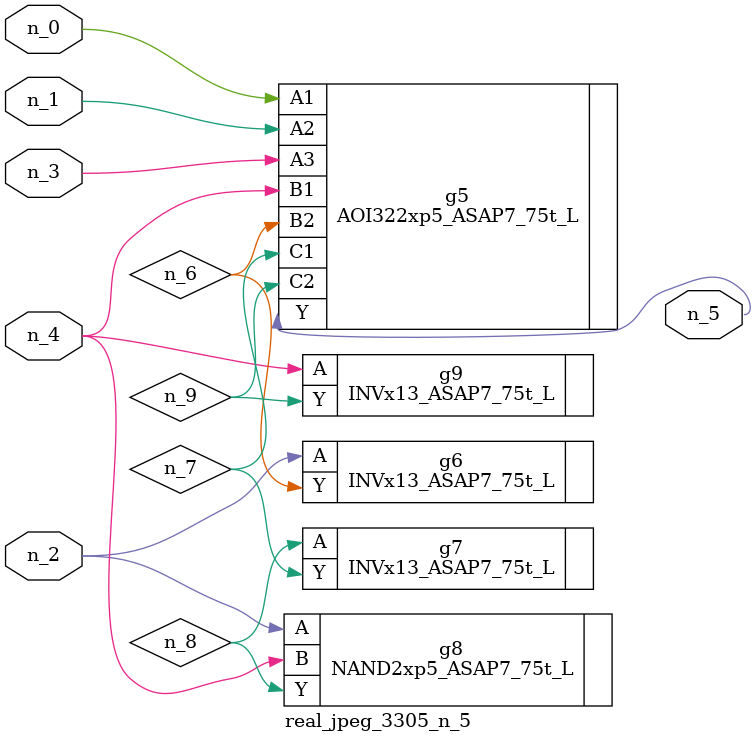
<source format=v>
module real_jpeg_3305_n_5 (n_4, n_0, n_1, n_2, n_3, n_5);

input n_4;
input n_0;
input n_1;
input n_2;
input n_3;

output n_5;

wire n_8;
wire n_6;
wire n_7;
wire n_9;

AOI322xp5_ASAP7_75t_L g5 ( 
.A1(n_0),
.A2(n_1),
.A3(n_3),
.B1(n_4),
.B2(n_6),
.C1(n_7),
.C2(n_9),
.Y(n_5)
);

INVx13_ASAP7_75t_L g6 ( 
.A(n_2),
.Y(n_6)
);

NAND2xp5_ASAP7_75t_L g8 ( 
.A(n_2),
.B(n_4),
.Y(n_8)
);

INVx13_ASAP7_75t_L g9 ( 
.A(n_4),
.Y(n_9)
);

INVx13_ASAP7_75t_L g7 ( 
.A(n_8),
.Y(n_7)
);


endmodule
</source>
